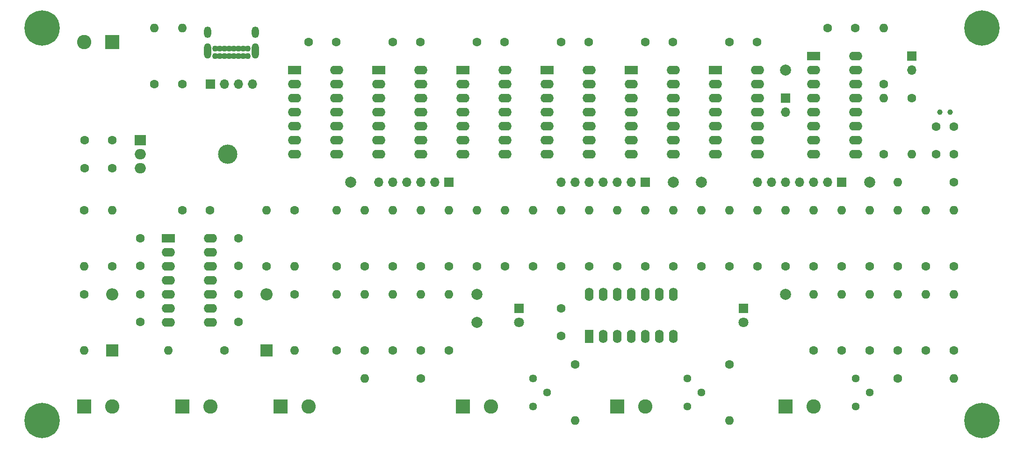
<source format=gbr>
%TF.GenerationSoftware,KiCad,Pcbnew,(6.0.2)*%
%TF.CreationDate,2022-03-13T11:15:41+01:00*%
%TF.ProjectId,TheDAC_v1,54686544-4143-45f7-9631-2e6b69636164,0*%
%TF.SameCoordinates,PX1e47770PY231fb30*%
%TF.FileFunction,Soldermask,Bot*%
%TF.FilePolarity,Negative*%
%FSLAX46Y46*%
G04 Gerber Fmt 4.6, Leading zero omitted, Abs format (unit mm)*
G04 Created by KiCad (PCBNEW (6.0.2)) date 2022-03-13 11:15:41*
%MOMM*%
%LPD*%
G01*
G04 APERTURE LIST*
%ADD10R,1.800000X1.800000*%
%ADD11C,1.800000*%
%ADD12C,1.600000*%
%ADD13O,1.600000X1.600000*%
%ADD14C,2.000000*%
%ADD15R,2.400000X1.600000*%
%ADD16O,2.400000X1.600000*%
%ADD17R,2.600000X2.600000*%
%ADD18C,2.600000*%
%ADD19R,2.200000X2.200000*%
%ADD20O,2.200000X2.200000*%
%ADD21C,1.440000*%
%ADD22C,1.000000*%
%ADD23R,1.700000X1.700000*%
%ADD24O,1.700000X1.700000*%
%ADD25R,1.600000X2.400000*%
%ADD26O,1.600000X2.400000*%
%ADD27C,1.100000*%
%ADD28O,1.300000X2.800000*%
%ADD29O,1.300000X2.100000*%
%ADD30O,3.500000X3.500000*%
%ADD31R,2.000000X1.905000*%
%ADD32O,2.000000X1.905000*%
%ADD33C,0.800000*%
%ADD34C,6.400000*%
G04 APERTURE END LIST*
D10*
%TO.C,D4*%
X130810000Y-54610000D03*
D11*
X130810000Y-57150000D03*
%TD*%
D12*
%TO.C,R1*%
X72390000Y-67310000D03*
D13*
X62230000Y-67310000D03*
%TD*%
D12*
%TO.C,R2*%
X36830000Y-62230000D03*
D13*
X26670000Y-62230000D03*
%TD*%
D12*
%TO.C,R25*%
X77470000Y-46990000D03*
D13*
X77470000Y-36830000D03*
%TD*%
D12*
%TO.C,R26*%
X72390000Y-46990000D03*
D13*
X72390000Y-36830000D03*
%TD*%
D12*
%TO.C,R27*%
X67310000Y-46990000D03*
D13*
X67310000Y-36830000D03*
%TD*%
D12*
%TO.C,R28*%
X62230000Y-46990000D03*
D13*
X62230000Y-36830000D03*
%TD*%
D12*
%TO.C,R29*%
X57150000Y-46990000D03*
D13*
X57150000Y-36830000D03*
%TD*%
D12*
%TO.C,R40*%
X72390000Y-62230000D03*
D13*
X72390000Y-52070000D03*
%TD*%
D12*
%TO.C,R41*%
X67310000Y-62230000D03*
D13*
X67310000Y-52070000D03*
%TD*%
D12*
%TO.C,R42*%
X62230000Y-62230000D03*
D13*
X62230000Y-52070000D03*
%TD*%
D12*
%TO.C,R43*%
X57150000Y-62230000D03*
D13*
X57150000Y-52070000D03*
%TD*%
D12*
%TO.C,R46*%
X77470000Y-62230000D03*
D13*
X77470000Y-52070000D03*
%TD*%
D14*
%TO.C,TP7*%
X82550000Y-52070000D03*
%TD*%
%TO.C,TP8*%
X82550000Y-57150000D03*
%TD*%
D12*
%TO.C,R45*%
X138430000Y-46990000D03*
D13*
X138430000Y-36830000D03*
%TD*%
D12*
%TO.C,R39*%
X87630000Y-46990000D03*
D13*
X87630000Y-36830000D03*
%TD*%
D12*
%TO.C,R38*%
X97790000Y-46990000D03*
D13*
X97790000Y-36830000D03*
%TD*%
D12*
%TO.C,R37*%
X107950000Y-46990000D03*
D13*
X107950000Y-36830000D03*
%TD*%
D12*
%TO.C,R36*%
X118110000Y-46990000D03*
D13*
X118110000Y-36830000D03*
%TD*%
D12*
%TO.C,R35*%
X128270000Y-46990000D03*
D13*
X128270000Y-36830000D03*
%TD*%
D12*
%TO.C,R23*%
X92710000Y-46990000D03*
D13*
X92710000Y-36830000D03*
%TD*%
D12*
%TO.C,R22*%
X102870000Y-46990000D03*
D13*
X102870000Y-36830000D03*
%TD*%
D12*
%TO.C,R21*%
X113030000Y-46990000D03*
D13*
X113030000Y-36830000D03*
%TD*%
D12*
%TO.C,R20*%
X123190000Y-46990000D03*
D13*
X123190000Y-36830000D03*
%TD*%
D12*
%TO.C,R19*%
X133350000Y-46990000D03*
D13*
X133350000Y-36830000D03*
%TD*%
D12*
%TO.C,R24*%
X82550000Y-46990000D03*
D13*
X82550000Y-36830000D03*
%TD*%
D15*
%TO.C,U2*%
X26670000Y-41910000D03*
D16*
X26670000Y-44450000D03*
X26670000Y-46990000D03*
X26670000Y-49530000D03*
X26670000Y-52070000D03*
X26670000Y-54610000D03*
X26670000Y-57150000D03*
X34290000Y-57150000D03*
X34290000Y-54610000D03*
X34290000Y-52070000D03*
X34290000Y-49530000D03*
X34290000Y-46990000D03*
X34290000Y-44450000D03*
X34290000Y-41910000D03*
%TD*%
D17*
%TO.C,SW3*%
X11430000Y-72390000D03*
D18*
X16510000Y-72390000D03*
%TD*%
D17*
%TO.C,SW2*%
X29210000Y-72390000D03*
D18*
X34290000Y-72390000D03*
%TD*%
D12*
%TO.C,R8*%
X16510000Y-46990000D03*
D13*
X16510000Y-36830000D03*
%TD*%
D12*
%TO.C,R7*%
X11430000Y-36830000D03*
D13*
X11430000Y-46990000D03*
%TD*%
D12*
%TO.C,R6*%
X44450000Y-46990000D03*
D13*
X44450000Y-36830000D03*
%TD*%
D12*
%TO.C,R5*%
X49530000Y-36830000D03*
D13*
X49530000Y-46990000D03*
%TD*%
D12*
%TO.C,R4*%
X11430000Y-52070000D03*
D13*
X11430000Y-62230000D03*
%TD*%
D12*
%TO.C,R3*%
X49530000Y-52070000D03*
D13*
X49530000Y-62230000D03*
%TD*%
D19*
%TO.C,D3*%
X16510000Y-62230000D03*
D20*
X16510000Y-52070000D03*
%TD*%
D12*
%TO.C,C8*%
X21590000Y-41910000D03*
X21590000Y-46910000D03*
%TD*%
%TO.C,C6*%
X21590000Y-52070000D03*
X21590000Y-57070000D03*
%TD*%
%TO.C,C5*%
X39370000Y-52070000D03*
X39370000Y-57070000D03*
%TD*%
%TO.C,C7*%
X39370000Y-41910000D03*
X39370000Y-46910000D03*
%TD*%
%TO.C,R50*%
X29210000Y-13970000D03*
D13*
X29210000Y-3810000D03*
%TD*%
D21*
%TO.C,RV3*%
X92710000Y-67310000D03*
X95250000Y-69850000D03*
X92710000Y-72390000D03*
%TD*%
D12*
%TO.C,R49*%
X100330000Y-64770000D03*
D13*
X100330000Y-74930000D03*
%TD*%
D12*
%TO.C,R48*%
X128270000Y-64770000D03*
D13*
X128270000Y-74930000D03*
%TD*%
D17*
%TO.C,MES3*%
X80010000Y-72390000D03*
D18*
X85090000Y-72390000D03*
%TD*%
D17*
%TO.C,MES2*%
X107950000Y-72390000D03*
D18*
X113030000Y-72390000D03*
%TD*%
D14*
%TO.C,TP1*%
X153670000Y-31750000D03*
%TD*%
D22*
%TO.C,Y1*%
X168270000Y-19050000D03*
X166370000Y-19050000D03*
%TD*%
D14*
%TO.C,TP6*%
X138430000Y-52070000D03*
%TD*%
D12*
%TO.C,R11*%
X156210000Y-26670000D03*
D13*
X156210000Y-16510000D03*
%TD*%
D12*
%TO.C,R10*%
X156210000Y-13970000D03*
D13*
X156210000Y-3810000D03*
%TD*%
D12*
%TO.C,R9*%
X161290000Y-16510000D03*
D13*
X161290000Y-26670000D03*
%TD*%
D23*
%TO.C,JP1*%
X161290000Y-8890000D03*
D24*
X161290000Y-11430000D03*
%TD*%
D12*
%TO.C,C9*%
X146050000Y-3810000D03*
X151050000Y-3810000D03*
%TD*%
%TO.C,C4*%
X168910000Y-21670000D03*
X168910000Y-26670000D03*
%TD*%
D25*
%TO.C,U10*%
X102870000Y-59690000D03*
D26*
X105410000Y-59690000D03*
X107950000Y-59690000D03*
X110490000Y-59690000D03*
X113030000Y-59690000D03*
X115570000Y-59690000D03*
X118110000Y-59690000D03*
X118110000Y-52070000D03*
X115570000Y-52070000D03*
X113030000Y-52070000D03*
X110490000Y-52070000D03*
X107950000Y-52070000D03*
X105410000Y-52070000D03*
X102870000Y-52070000D03*
%TD*%
D21*
%TO.C,RV1*%
X151130000Y-67310000D03*
X153670000Y-69850000D03*
X151130000Y-72390000D03*
%TD*%
D12*
%TO.C,R47*%
X158750000Y-67310000D03*
D13*
X168910000Y-67310000D03*
%TD*%
D17*
%TO.C,MES1*%
X138430000Y-72390000D03*
D18*
X143510000Y-72390000D03*
%TD*%
D12*
%TO.C,R44*%
X168910000Y-62230000D03*
D13*
X168910000Y-52070000D03*
%TD*%
D12*
%TO.C,R34*%
X143510000Y-62230000D03*
D13*
X143510000Y-52070000D03*
%TD*%
D12*
%TO.C,R33*%
X148590000Y-62230000D03*
D13*
X148590000Y-52070000D03*
%TD*%
D12*
%TO.C,R32*%
X153670000Y-62230000D03*
D13*
X153670000Y-52070000D03*
%TD*%
D12*
%TO.C,R31*%
X158750000Y-62230000D03*
D13*
X158750000Y-52070000D03*
%TD*%
D12*
%TO.C,R30*%
X163830000Y-62230000D03*
D13*
X163830000Y-52070000D03*
%TD*%
D12*
%TO.C,R18*%
X143510000Y-46990000D03*
D13*
X143510000Y-36830000D03*
%TD*%
D12*
%TO.C,R17*%
X148590000Y-46990000D03*
D13*
X148590000Y-36830000D03*
%TD*%
D12*
%TO.C,R15*%
X158750000Y-46990000D03*
D13*
X158750000Y-36830000D03*
%TD*%
D12*
%TO.C,R14*%
X163830000Y-46990000D03*
D13*
X163830000Y-36830000D03*
%TD*%
D12*
%TO.C,R13*%
X168910000Y-46990000D03*
D13*
X168910000Y-36830000D03*
%TD*%
D12*
%TO.C,R16*%
X153670000Y-46990000D03*
D13*
X153670000Y-36830000D03*
%TD*%
D15*
%TO.C,U3*%
X143510000Y-8890000D03*
D16*
X143510000Y-11430000D03*
X143510000Y-13970000D03*
X143510000Y-16510000D03*
X143510000Y-19050000D03*
X143510000Y-21590000D03*
X143510000Y-24130000D03*
X143510000Y-26670000D03*
X151130000Y-26670000D03*
X151130000Y-24130000D03*
X151130000Y-21590000D03*
X151130000Y-19050000D03*
X151130000Y-16510000D03*
X151130000Y-13970000D03*
X151130000Y-11430000D03*
X151130000Y-8890000D03*
%TD*%
D23*
%TO.C,J5*%
X113030000Y-31750000D03*
D24*
X110490000Y-31750000D03*
X107950000Y-31750000D03*
X105410000Y-31750000D03*
X102870000Y-31750000D03*
X100330000Y-31750000D03*
X97790000Y-31750000D03*
%TD*%
D23*
%TO.C,J3*%
X77470000Y-31750000D03*
D24*
X74930000Y-31750000D03*
X72390000Y-31750000D03*
X69850000Y-31750000D03*
X67310000Y-31750000D03*
X64770000Y-31750000D03*
%TD*%
D12*
%TO.C,C3*%
X165735000Y-21670000D03*
X165735000Y-26670000D03*
%TD*%
D15*
%TO.C,U6*%
X125730000Y-11430000D03*
D16*
X125730000Y-13970000D03*
X125730000Y-16510000D03*
X125730000Y-19050000D03*
X125730000Y-21590000D03*
X125730000Y-24130000D03*
X125730000Y-26670000D03*
X133350000Y-26670000D03*
X133350000Y-24130000D03*
X133350000Y-21590000D03*
X133350000Y-19050000D03*
X133350000Y-16510000D03*
X133350000Y-13970000D03*
X133350000Y-11430000D03*
%TD*%
D14*
%TO.C,TP5*%
X59690000Y-31750000D03*
%TD*%
%TO.C,TP4*%
X118110000Y-31750000D03*
%TD*%
%TO.C,TP2*%
X138430000Y-11430000D03*
%TD*%
D15*
%TO.C,U4*%
X49530000Y-11430000D03*
D16*
X49530000Y-13970000D03*
X49530000Y-16510000D03*
X49530000Y-19050000D03*
X49530000Y-21590000D03*
X49530000Y-24130000D03*
X49530000Y-26670000D03*
X57150000Y-26670000D03*
X57150000Y-24130000D03*
X57150000Y-21590000D03*
X57150000Y-19050000D03*
X57150000Y-16510000D03*
X57150000Y-13970000D03*
X57150000Y-11430000D03*
%TD*%
D15*
%TO.C,U5*%
X80010000Y-11430000D03*
D16*
X80010000Y-13970000D03*
X80010000Y-16510000D03*
X80010000Y-19050000D03*
X80010000Y-21590000D03*
X80010000Y-24130000D03*
X80010000Y-26670000D03*
X87630000Y-26670000D03*
X87630000Y-24130000D03*
X87630000Y-21590000D03*
X87630000Y-19050000D03*
X87630000Y-16510000D03*
X87630000Y-13970000D03*
X87630000Y-11430000D03*
%TD*%
D23*
%TO.C,J6*%
X138430000Y-16510000D03*
D24*
X138430000Y-19050000D03*
%TD*%
D12*
%TO.C,C17*%
X82550000Y-6350000D03*
X87550000Y-6350000D03*
%TD*%
%TO.C,C16*%
X113030000Y-6350000D03*
X118030000Y-6350000D03*
%TD*%
%TO.C,C14*%
X52070000Y-6350000D03*
X57070000Y-6350000D03*
%TD*%
%TO.C,C12*%
X67310000Y-6350000D03*
X72310000Y-6350000D03*
%TD*%
%TO.C,C11*%
X97790000Y-6350000D03*
X102790000Y-6350000D03*
%TD*%
%TO.C,C10*%
X128270000Y-6350000D03*
X133270000Y-6350000D03*
%TD*%
D15*
%TO.C,U8*%
X95250000Y-11430000D03*
D16*
X95250000Y-13970000D03*
X95250000Y-16510000D03*
X95250000Y-19050000D03*
X95250000Y-21590000D03*
X95250000Y-24130000D03*
X95250000Y-26670000D03*
X102870000Y-26670000D03*
X102870000Y-24130000D03*
X102870000Y-21590000D03*
X102870000Y-19050000D03*
X102870000Y-16510000D03*
X102870000Y-13970000D03*
X102870000Y-11430000D03*
%TD*%
D15*
%TO.C,U9*%
X64770000Y-11430000D03*
D16*
X64770000Y-13970000D03*
X64770000Y-16510000D03*
X64770000Y-19050000D03*
X64770000Y-21590000D03*
X64770000Y-24130000D03*
X64770000Y-26670000D03*
X72390000Y-26670000D03*
X72390000Y-24130000D03*
X72390000Y-21590000D03*
X72390000Y-19050000D03*
X72390000Y-16510000D03*
X72390000Y-13970000D03*
X72390000Y-11430000D03*
%TD*%
D21*
%TO.C,RV2*%
X120650000Y-67310000D03*
X123190000Y-69850000D03*
X120650000Y-72390000D03*
%TD*%
D12*
%TO.C,R12*%
X168910000Y-31750000D03*
D13*
X158750000Y-31750000D03*
%TD*%
D14*
%TO.C,TP3*%
X123190000Y-31750000D03*
%TD*%
D10*
%TO.C,D1*%
X90170000Y-54610000D03*
D11*
X90170000Y-57150000D03*
%TD*%
D17*
%TO.C,SW1*%
X46990000Y-72390000D03*
D18*
X52070000Y-72390000D03*
%TD*%
D27*
%TO.C,J7*%
X41084500Y-8890000D03*
X40234500Y-8890000D03*
X39384500Y-8890000D03*
X38534500Y-8890000D03*
X37684500Y-8890000D03*
X36834500Y-8890000D03*
X35984500Y-8890000D03*
X35134500Y-8890000D03*
X35134500Y-7540000D03*
X35984500Y-7540000D03*
X36834500Y-7540000D03*
X37684500Y-7540000D03*
X38534500Y-7540000D03*
X39384500Y-7540000D03*
X40234500Y-7540000D03*
X41084500Y-7540000D03*
D28*
X33784500Y-7910000D03*
X42434500Y-7910000D03*
D29*
X42434500Y-4530000D03*
X33784500Y-4530000D03*
%TD*%
D12*
%TO.C,C2*%
X16510000Y-29210000D03*
X11510000Y-29210000D03*
%TD*%
%TO.C,C1*%
X16510000Y-24130000D03*
X11510000Y-24130000D03*
%TD*%
%TO.C,C15*%
X97790000Y-54610000D03*
X97790000Y-59610000D03*
%TD*%
D17*
%TO.C,J1*%
X16510000Y-6350000D03*
D18*
X11430000Y-6350000D03*
%TD*%
D23*
%TO.C,J2*%
X34290000Y-13970000D03*
D24*
X36830000Y-13970000D03*
X39370000Y-13970000D03*
X41910000Y-13970000D03*
%TD*%
D30*
%TO.C,U1*%
X37390000Y-26670000D03*
D31*
X21590000Y-24130000D03*
D32*
X21590000Y-26670000D03*
X21590000Y-29210000D03*
%TD*%
D12*
%TO.C,R51*%
X24130000Y-13970000D03*
D13*
X24130000Y-3810000D03*
%TD*%
D12*
%TO.C,C13*%
X29210000Y-36830000D03*
X34210000Y-36830000D03*
%TD*%
D33*
%TO.C,H1*%
X2112944Y-2112944D03*
X2112944Y-5507056D03*
X1410000Y-3810000D03*
X3810000Y-6210000D03*
X6210000Y-3810000D03*
X3810000Y-1410000D03*
X5507056Y-5507056D03*
D34*
X3810000Y-3810000D03*
D33*
X5507056Y-2112944D03*
%TD*%
%TO.C,H2*%
X6210000Y-74930000D03*
X2112944Y-73232944D03*
X5507056Y-76627056D03*
X1410000Y-74930000D03*
X5507056Y-73232944D03*
X3810000Y-72530000D03*
X2112944Y-76627056D03*
D34*
X3810000Y-74930000D03*
D33*
X3810000Y-77330000D03*
%TD*%
D34*
%TO.C,H3*%
X173990000Y-3810000D03*
D33*
X175687056Y-2112944D03*
X171590000Y-3810000D03*
X172292944Y-5507056D03*
X173990000Y-1410000D03*
X176390000Y-3810000D03*
X175687056Y-5507056D03*
X173990000Y-6210000D03*
X172292944Y-2112944D03*
%TD*%
%TO.C,H4*%
X173990000Y-77330000D03*
X172292944Y-73232944D03*
X175687056Y-73232944D03*
X176390000Y-74930000D03*
X171590000Y-74930000D03*
D34*
X173990000Y-74930000D03*
D33*
X175687056Y-76627056D03*
X172292944Y-76627056D03*
X173990000Y-72530000D03*
%TD*%
D15*
%TO.C,U7*%
X110490000Y-11430000D03*
D16*
X110490000Y-13970000D03*
X110490000Y-16510000D03*
X110490000Y-19050000D03*
X110490000Y-21590000D03*
X110490000Y-24130000D03*
X110490000Y-26670000D03*
X118110000Y-26670000D03*
X118110000Y-24130000D03*
X118110000Y-21590000D03*
X118110000Y-19050000D03*
X118110000Y-16510000D03*
X118110000Y-13970000D03*
X118110000Y-11430000D03*
%TD*%
D23*
%TO.C,J4*%
X148590000Y-31750000D03*
D24*
X146050000Y-31750000D03*
X143510000Y-31750000D03*
X140970000Y-31750000D03*
X138430000Y-31750000D03*
X135890000Y-31750000D03*
X133350000Y-31750000D03*
%TD*%
D19*
%TO.C,D2*%
X44450000Y-62230000D03*
D20*
X44450000Y-52070000D03*
%TD*%
M02*

</source>
